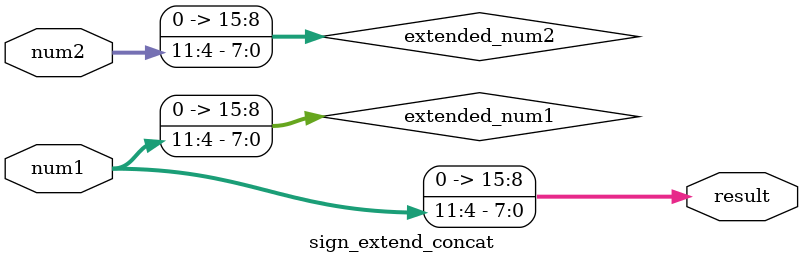
<source format=v>
module sign_extend_concat (
    input [11:0] num1,   // 12-bit input number 1
    input [11:0] num2,   // 12-bit input number 2
    output [15:0] result // 32-bit concatenated result
);

    wire [15:0] extended_num1, extended_num2;

    //assign extended_num1 = {  4'b0000,num1};
    //assign extended_num2 = { 4'b0000,num2}; 
    assign extended_num1 = {num1[11:4]};
    assign extended_num2 = {num2[11:4]};

    assign result = {extended_num2, extended_num1}; 


endmodule 
</source>
